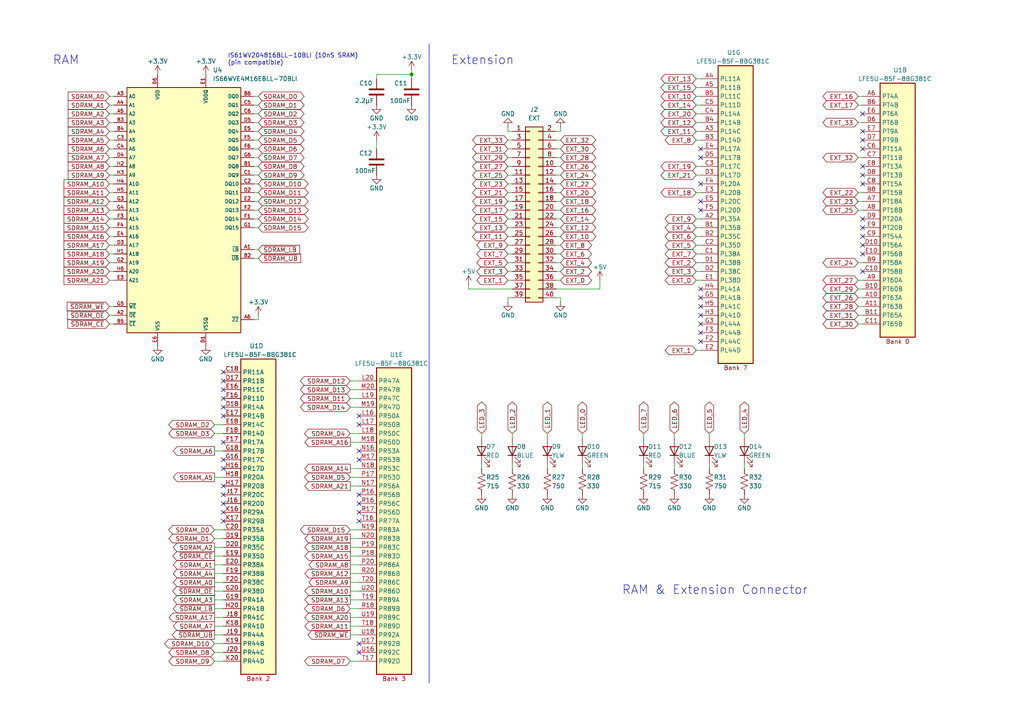
<source format=kicad_sch>
(kicad_sch (version 20231120) (generator "eeschema") (generator_version "8.0")
  (paper "A4")
  (junction (at 119.38 21.59))
  (no_connect (at 104.14 186.69))
  (no_connect (at 203.2 99.06))
  (no_connect (at 203.2 96.52))
  (no_connect (at 250.19 33.02))
  (no_connect (at 64.77 115.57))
  (no_connect (at 64.77 143.51))
  (no_connect (at 250.19 50.8))
  (no_connect (at 250.19 63.5))
  (no_connect (at 203.2 60.96))
  (no_connect (at 203.2 91.44))
  (no_connect (at 250.19 43.18))
  (no_connect (at 203.2 53.34))
  (no_connect (at 250.19 38.1))
  (no_connect (at 104.14 189.23))
  (no_connect (at 64.77 110.49))
  (no_connect (at 64.77 140.97))
  (no_connect (at 250.19 71.12))
  (no_connect (at 250.19 48.26))
  (no_connect (at 203.2 93.98))
  (no_connect (at 203.2 88.9))
  (no_connect (at 104.14 151.13))
  (no_connect (at 104.14 130.81))
  (no_connect (at 203.2 86.36))
  (no_connect (at 203.2 83.82))
  (no_connect (at 250.19 78.74))
  (no_connect (at 64.77 107.95))
  (no_connect (at 250.19 53.34))
  (no_connect (at 104.14 148.59))
  (no_connect (at 203.2 58.42))
  (no_connect (at 104.14 123.19))
  (no_connect (at 64.77 148.59))
  (no_connect (at 64.77 128.27))
  (no_connect (at 64.77 113.03))
  (no_connect (at 64.77 133.35))
  (no_connect (at 64.77 151.13))
  (no_connect (at 64.77 146.05))
  (no_connect (at 104.14 146.05))
  (no_connect (at 104.14 143.51))
  (no_connect (at 104.14 133.35))
  (no_connect (at 250.19 73.66))
  (no_connect (at 203.2 43.18))
  (no_connect (at 64.77 118.11))
  (no_connect (at 250.19 40.64))
  (no_connect (at 250.19 68.58))
  (no_connect (at 104.14 120.65))
  (no_connect (at 250.19 66.04))
  (no_connect (at 64.77 120.65))
  (no_connect (at 64.77 135.89))
  (no_connect (at 203.2 45.72))
  (wire (pts (xy 168.91 134.62) (xy 168.91 135.89)))
  (wire (pts (xy 74.93 72.39) (xy 73.66 72.39)))
  (wire (pts (xy 31.75 33.02) (xy 33.02 33.02)))
  (wire (pts (xy 101.6 138.43) (xy 104.14 138.43)))
  (wire (pts (xy 74.93 74.93) (xy 73.66 74.93)))
  (wire (pts (xy 101.6 113.03) (xy 104.14 113.03)))
  (wire (pts (xy 161.29 78.74) (xy 162.56 78.74)))
  (wire (pts (xy 248.92 55.88) (xy 250.19 55.88)))
  (wire (pts (xy 248.92 45.72) (xy 250.19 45.72)))
  (wire (pts (xy 62.23 163.83) (xy 64.77 163.83)))
  (wire (pts (xy 62.23 179.07) (xy 64.77 179.07)))
  (wire (pts (xy 31.75 81.28) (xy 33.02 81.28)))
  (wire (pts (xy 62.23 168.91) (xy 64.77 168.91)))
  (wire (pts (xy 161.29 58.42) (xy 162.56 58.42)))
  (wire (pts (xy 201.93 22.86) (xy 203.2 22.86)))
  (wire (pts (xy 161.29 66.04) (xy 162.56 66.04)))
  (wire (pts (xy 205.74 125.73) (xy 205.74 127)))
  (wire (pts (xy 161.29 60.96) (xy 162.56 60.96)))
  (wire (pts (xy 161.29 68.58) (xy 162.56 68.58)))
  (wire (pts (xy 201.93 71.12) (xy 203.2 71.12)))
  (wire (pts (xy 135.89 83.82) (xy 148.59 83.82)))
  (wire (pts (xy 74.93 50.8) (xy 73.66 50.8)))
  (wire (pts (xy 101.6 168.91) (xy 104.14 168.91)))
  (wire (pts (xy 201.93 81.28) (xy 203.2 81.28)))
  (wire (pts (xy 201.93 30.48) (xy 203.2 30.48)))
  (wire (pts (xy 31.75 88.9) (xy 33.02 88.9)))
  (wire (pts (xy 161.29 76.2) (xy 162.56 76.2)))
  (wire (pts (xy 31.75 40.64) (xy 33.02 40.64)))
  (wire (pts (xy 161.29 50.8) (xy 162.56 50.8)))
  (wire (pts (xy 147.32 58.42) (xy 148.59 58.42)))
  (wire (pts (xy 147.32 68.58) (xy 148.59 68.58)))
  (wire (pts (xy 173.99 81.28) (xy 173.99 83.82)))
  (wire (pts (xy 62.23 191.77) (xy 64.77 191.77)))
  (wire (pts (xy 161.29 86.36) (xy 162.56 86.36)))
  (wire (pts (xy 147.32 66.04) (xy 148.59 66.04)))
  (wire (pts (xy 162.56 38.1) (xy 162.56 36.83)))
  (wire (pts (xy 195.58 125.73) (xy 195.58 127)))
  (wire (pts (xy 201.93 63.5) (xy 203.2 63.5)))
  (wire (pts (xy 62.23 186.69) (xy 64.77 186.69)))
  (wire (pts (xy 147.32 73.66) (xy 148.59 73.66)))
  (wire (pts (xy 31.75 27.94) (xy 33.02 27.94)))
  (wire (pts (xy 201.93 50.8) (xy 203.2 50.8)))
  (wire (pts (xy 147.32 43.18) (xy 148.59 43.18)))
  (wire (pts (xy 248.92 35.56) (xy 250.19 35.56)))
  (wire (pts (xy 101.6 125.73) (xy 104.14 125.73)))
  (wire (pts (xy 74.93 48.26) (xy 73.66 48.26)))
  (wire (pts (xy 248.92 91.44) (xy 250.19 91.44)))
  (wire (pts (xy 62.23 156.21) (xy 64.77 156.21)))
  (wire (pts (xy 186.69 125.73) (xy 186.69 127)))
  (wire (pts (xy 147.32 86.36) (xy 148.59 86.36)))
  (wire (pts (xy 101.6 115.57) (xy 104.14 115.57)))
  (wire (pts (xy 101.6 161.29) (xy 104.14 161.29)))
  (wire (pts (xy 147.32 76.2) (xy 148.59 76.2)))
  (wire (pts (xy 168.91 125.73) (xy 168.91 127)))
  (wire (pts (xy 73.66 92.71) (xy 74.93 92.71)))
  (wire (pts (xy 74.93 58.42) (xy 73.66 58.42)))
  (wire (pts (xy 101.6 135.89) (xy 104.14 135.89)))
  (wire (pts (xy 31.75 78.74) (xy 33.02 78.74)))
  (wire (pts (xy 31.75 43.18) (xy 33.02 43.18)))
  (wire (pts (xy 148.59 38.1) (xy 147.32 38.1)))
  (wire (pts (xy 74.93 27.94) (xy 73.66 27.94)))
  (wire (pts (xy 31.75 73.66) (xy 33.02 73.66)))
  (wire (pts (xy 74.93 38.1) (xy 73.66 38.1)))
  (wire (pts (xy 62.23 125.73) (xy 64.77 125.73)))
  (wire (pts (xy 147.32 40.64) (xy 148.59 40.64)))
  (wire (pts (xy 62.23 138.43) (xy 64.77 138.43)))
  (wire (pts (xy 62.23 153.67) (xy 64.77 153.67)))
  (wire (pts (xy 201.93 101.6) (xy 203.2 101.6)))
  (wire (pts (xy 62.23 171.45) (xy 64.77 171.45)))
  (wire (pts (xy 161.29 71.12) (xy 162.56 71.12)))
  (wire (pts (xy 215.9 125.73) (xy 215.9 127)))
  (wire (pts (xy 205.74 134.62) (xy 205.74 135.89)))
  (wire (pts (xy 135.89 82.55) (xy 135.89 83.82)))
  (wire (pts (xy 31.75 66.04) (xy 33.02 66.04)))
  (wire (pts (xy 74.93 43.18) (xy 73.66 43.18)))
  (wire (pts (xy 147.32 45.72) (xy 148.59 45.72)))
  (wire (pts (xy 31.75 55.88) (xy 33.02 55.88)))
  (wire (pts (xy 101.6 158.75) (xy 104.14 158.75)))
  (wire (pts (xy 31.75 68.58) (xy 33.02 68.58)))
  (wire (pts (xy 62.23 176.53) (xy 64.77 176.53)))
  (wire (pts (xy 62.23 181.61) (xy 64.77 181.61)))
  (wire (pts (xy 62.23 161.29) (xy 64.77 161.29)))
  (wire (pts (xy 119.38 20.32) (xy 119.38 21.59)))
  (wire (pts (xy 31.75 35.56) (xy 33.02 35.56)))
  (wire (pts (xy 201.93 68.58) (xy 203.2 68.58)))
  (wire (pts (xy 62.23 166.37) (xy 64.77 166.37)))
  (wire (pts (xy 147.32 86.36) (xy 147.32 87.63)))
  (wire (pts (xy 201.93 35.56) (xy 203.2 35.56)))
  (wire (pts (xy 101.6 118.11) (xy 104.14 118.11)))
  (wire (pts (xy 248.92 81.28) (xy 250.19 81.28)))
  (wire (pts (xy 101.6 128.27) (xy 104.14 128.27)))
  (wire (pts (xy 101.6 156.21) (xy 104.14 156.21)))
  (wire (pts (xy 161.29 38.1) (xy 162.56 38.1)))
  (wire (pts (xy 101.6 140.97) (xy 104.14 140.97)))
  (wire (pts (xy 31.75 53.34) (xy 33.02 53.34)))
  (wire (pts (xy 158.75 134.62) (xy 158.75 135.89)))
  (wire (pts (xy 74.93 35.56) (xy 73.66 35.56)))
  (wire (pts (xy 147.32 50.8) (xy 148.59 50.8)))
  (wire (pts (xy 31.75 58.42) (xy 33.02 58.42)))
  (wire (pts (xy 31.75 63.5) (xy 33.02 63.5)))
  (polyline (pts (xy 124.46 12.7) (xy 124.46 198.12)))
  (wire (pts (xy 147.32 38.1) (xy 147.32 36.83)))
  (wire (pts (xy 162.56 86.36) (xy 162.56 87.63)))
  (wire (pts (xy 62.23 184.15) (xy 64.77 184.15)))
  (wire (pts (xy 186.69 135.89) (xy 186.69 134.62)))
  (wire (pts (xy 31.75 71.12) (xy 33.02 71.12)))
  (wire (pts (xy 161.29 55.88) (xy 162.56 55.88)))
  (wire (pts (xy 101.6 153.67) (xy 104.14 153.67)))
  (wire (pts (xy 248.92 58.42) (xy 250.19 58.42)))
  (wire (pts (xy 139.7 135.89) (xy 139.7 134.62)))
  (wire (pts (xy 147.32 71.12) (xy 148.59 71.12)))
  (wire (pts (xy 74.93 30.48) (xy 73.66 30.48)))
  (wire (pts (xy 147.32 48.26) (xy 148.59 48.26)))
  (wire (pts (xy 248.92 88.9) (xy 250.19 88.9)))
  (wire (pts (xy 201.93 73.66) (xy 203.2 73.66)))
  (wire (pts (xy 101.6 166.37) (xy 104.14 166.37)))
  (wire (pts (xy 31.75 38.1) (xy 33.02 38.1)))
  (wire (pts (xy 101.6 181.61) (xy 104.14 181.61)))
  (wire (pts (xy 161.29 48.26) (xy 162.56 48.26)))
  (wire (pts (xy 62.23 158.75) (xy 64.77 158.75)))
  (wire (pts (xy 119.38 21.59) (xy 119.38 22.86)))
  (wire (pts (xy 109.22 40.64) (xy 109.22 43.18)))
  (wire (pts (xy 31.75 76.2) (xy 33.02 76.2)))
  (wire (pts (xy 31.75 48.26) (xy 33.02 48.26)))
  (wire (pts (xy 101.6 176.53) (xy 104.14 176.53)))
  (wire (pts (xy 201.93 38.1) (xy 203.2 38.1)))
  (wire (pts (xy 201.93 33.02) (xy 203.2 33.02)))
  (wire (pts (xy 31.75 50.8) (xy 33.02 50.8)))
  (wire (pts (xy 147.32 53.34) (xy 148.59 53.34)))
  (wire (pts (xy 201.93 25.4) (xy 203.2 25.4)))
  (wire (pts (xy 201.93 78.74) (xy 203.2 78.74)))
  (wire (pts (xy 161.29 53.34) (xy 162.56 53.34)))
  (wire (pts (xy 62.23 189.23) (xy 64.77 189.23)))
  (wire (pts (xy 147.32 60.96) (xy 148.59 60.96)))
  (wire (pts (xy 161.29 43.18) (xy 162.56 43.18)))
  (wire (pts (xy 74.93 33.02) (xy 73.66 33.02)))
  (wire (pts (xy 158.75 125.73) (xy 158.75 127)))
  (wire (pts (xy 201.93 40.64) (xy 203.2 40.64)))
  (wire (pts (xy 147.32 78.74) (xy 148.59 78.74)))
  (wire (pts (xy 201.93 48.26) (xy 203.2 48.26)))
  (wire (pts (xy 31.75 45.72) (xy 33.02 45.72)))
  (wire (pts (xy 101.6 110.49) (xy 104.14 110.49)))
  (wire (pts (xy 248.92 30.48) (xy 250.19 30.48)))
  (wire (pts (xy 74.93 63.5) (xy 73.66 63.5)))
  (wire (pts (xy 101.6 173.99) (xy 104.14 173.99)))
  (wire (pts (xy 101.6 184.15) (xy 104.14 184.15)))
  (wire (pts (xy 101.6 179.07) (xy 104.14 179.07)))
  (wire (pts (xy 109.22 21.59) (xy 109.22 22.86)))
  (wire (pts (xy 31.75 91.44) (xy 33.02 91.44)))
  (wire (pts (xy 248.92 76.2) (xy 250.19 76.2)))
  (wire (pts (xy 248.92 83.82) (xy 250.19 83.82)))
  (wire (pts (xy 147.32 81.28) (xy 148.59 81.28)))
  (wire (pts (xy 74.93 66.04) (xy 73.66 66.04)))
  (wire (pts (xy 31.75 30.48) (xy 33.02 30.48)))
  (wire (pts (xy 74.93 60.96) (xy 73.66 60.96)))
  (wire (pts (xy 201.93 55.88) (xy 203.2 55.88)))
  (wire (pts (xy 31.75 93.98) (xy 33.02 93.98)))
  (wire (pts (xy 101.6 171.45) (xy 104.14 171.45)))
  (wire (pts (xy 74.93 40.64) (xy 73.66 40.64)))
  (wire (pts (xy 148.59 125.73) (xy 148.59 127)))
  (wire (pts (xy 248.92 93.98) (xy 250.19 93.98)))
  (wire (pts (xy 161.29 81.28) (xy 162.56 81.28)))
  (wire (pts (xy 161.29 45.72) (xy 162.56 45.72)))
  (wire (pts (xy 74.93 45.72) (xy 73.66 45.72)))
  (wire (pts (xy 62.23 123.19) (xy 64.77 123.19)))
  (wire (pts (xy 148.59 134.62) (xy 148.59 135.89)))
  (wire (pts (xy 201.93 27.94) (xy 203.2 27.94)))
  (wire (pts (xy 248.92 27.94) (xy 250.19 27.94)))
  (wire (pts (xy 248.92 86.36) (xy 250.19 86.36)))
  (wire (pts (xy 74.93 55.88) (xy 73.66 55.88)))
  (wire (pts (xy 161.29 83.82) (xy 173.99 83.82)))
  (wire (pts (xy 215.9 134.62) (xy 215.9 135.89)))
  (wire (pts (xy 62.23 173.99) (xy 64.77 173.99)))
  (wire (pts (xy 101.6 163.83) (xy 104.14 163.83)))
  (wire (pts (xy 74.93 92.71) (xy 74.93 91.44)))
  (wire (pts (xy 31.75 60.96) (xy 33.02 60.96)))
  (wire (pts (xy 147.32 55.88) (xy 148.59 55.88)))
  (wire (pts (xy 147.32 63.5) (xy 148.59 63.5)))
  (wire (pts (xy 201.93 66.04) (xy 203.2 66.04)))
  (wire (pts (xy 109.22 21.59) (xy 119.38 21.59)))
  (wire (pts (xy 139.7 125.73) (xy 139.7 127)))
  (wire (pts (xy 74.93 53.34) (xy 73.66 53.34)))
  (wire (pts (xy 195.58 134.62) (xy 195.58 135.89)))
  (wire (pts (xy 161.29 63.5) (xy 162.56 63.5)))
  (wire (pts (xy 161.29 40.64) (xy 162.56 40.64)))
  (wire (pts (xy 101.6 191.77) (xy 104.14 191.77)))
  (wire (pts (xy 161.29 73.66) (xy 162.56 73.66)))
  (wire (pts (xy 248.92 60.96) (xy 250.19 60.96)))
  (wire (pts (xy 201.93 76.2) (xy 203.2 76.2)))
  (wire (pts (xy 62.23 130.81) (xy 64.77 130.81)))
  (text "RAM" (at 15.24 19.05 0) (effects (font (size 2.54 2.54)) (justify left bottom)))
  (text "Extension" (at 130.81 19.05 0) (effects (font (size 2.54 2.54)) (justify left bottom)))
  (text "IS61WV204816BLL-10BLI (10nS SRAM)\n(pin compatible)" (at 66.04 19.05 0) (effects (font (size 1.27 1.27)) (justify left bottom)))
  (text "RAM & Extension Connector" (at 180.34 172.72 0) (effects (font (size 2.54 2.54)) (justify left bottom)))
  (global_label "EXT_1" (shape bidirectional) (at 201.93 101.6 180) (property "Intersheetrefs" "${INTERSHEET_REFS}" (effects (hide yes))))
  (global_label "EXT_10" (shape bidirectional) (at 162.56 68.58 0) (property "Intersheetrefs" "${INTERSHEET_REFS}" (effects (hide yes))))
  (global_label "SDRAM_D11" (shape bidirectional) (at 101.6 115.57 180) (property "Intersheetrefs" "${INTERSHEET_REFS}" (effects (hide yes))))
  (global_label "EXT_1" (shape bidirectional) (at 147.32 81.28 180) (property "Intersheetrefs" "${INTERSHEET_REFS}" (effects (hide yes))))
  (global_label "EXT_31" (shape bidirectional) (at 248.92 91.44 180) (property "Intersheetrefs" "${INTERSHEET_REFS}" (effects (hide yes))))
  (global_label "SDRAM_A10" (shape output) (at 101.6 171.45 180) (property "Intersheetrefs" "${INTERSHEET_REFS}" (effects (hide yes))))
  (global_label "EXT_17" (shape bidirectional) (at 248.92 30.48 180) (property "Intersheetrefs" "${INTERSHEET_REFS}" (effects (hide yes))))
  (global_label "SDRAM_A6" (shape output) (at 62.23 130.81 180) (property "Intersheetrefs" "${INTERSHEET_REFS}" (effects (hide yes))))
  (global_label "SDRAM_D1" (shape bidirectional) (at 74.93 30.48 0) (property "Intersheetrefs" "${INTERSHEET_REFS}" (effects (hide yes))))
  (global_label "SDRAM_D13" (shape bidirectional) (at 74.93 60.96 0) (property "Intersheetrefs" "${INTERSHEET_REFS}" (effects (hide yes))))
  (global_label "EXT_23" (shape bidirectional) (at 248.92 58.42 180) (property "Intersheetrefs" "${INTERSHEET_REFS}" (effects (hide yes))))
  (global_label "SDRAM_A14" (shape input) (at 31.75 63.5 180) (property "Intersheetrefs" "${INTERSHEET_REFS}" (effects (hide yes))))
  (global_label "SDRAM_A20" (shape input) (at 31.75 78.74 180) (property "Intersheetrefs" "${INTERSHEET_REFS}" (effects (hide yes))))
  (global_label "SDRAM_A11" (shape input) (at 31.75 55.88 180) (property "Intersheetrefs" "${INTERSHEET_REFS}" (effects (hide yes))))
  (global_label "SDRAM_A21" (shape input) (at 31.75 81.28 180) (property "Intersheetrefs" "${INTERSHEET_REFS}" (effects (hide yes))))
  (global_label "EXT_3" (shape bidirectional) (at 147.32 78.74 180) (property "Intersheetrefs" "${INTERSHEET_REFS}" (effects (hide yes))))
  (global_label "EXT_8" (shape bidirectional) (at 201.93 40.64 180) (property "Intersheetrefs" "${INTERSHEET_REFS}" (effects (hide yes))))
  (global_label "EXT_2" (shape bidirectional) (at 201.93 76.2 180) (property "Intersheetrefs" "${INTERSHEET_REFS}" (effects (hide yes))))
  (global_label "EXT_30" (shape bidirectional) (at 248.92 93.98 180) (property "Intersheetrefs" "${INTERSHEET_REFS}" (effects (hide yes))))
  (global_label "LED_3" (shape bidirectional) (at 139.7 125.73 90) (property "Intersheetrefs" "${INTERSHEET_REFS}" (effects (hide yes))))
  (global_label "EXT_22" (shape bidirectional) (at 162.56 53.34 0) (property "Intersheetrefs" "${INTERSHEET_REFS}" (effects (hide yes))))
  (global_label "EXT_0" (shape bidirectional) (at 162.56 81.28 0) (property "Intersheetrefs" "${INTERSHEET_REFS}" (effects (hide yes))))
  (global_label "EXT_5" (shape bidirectional) (at 147.32 76.2 180) (property "Intersheetrefs" "${INTERSHEET_REFS}" (effects (hide yes))))
  (global_label "SDRAM_D15" (shape bidirectional) (at 101.6 153.67 180) (property "Intersheetrefs" "${INTERSHEET_REFS}" (effects (hide yes))))
  (global_label "SDRAM_D7" (shape bidirectional) (at 74.93 45.72 0) (property "Intersheetrefs" "${INTERSHEET_REFS}" (effects (hide yes))))
  (global_label "SDRAM_D4" (shape bidirectional) (at 101.6 125.73 180) (property "Intersheetrefs" "${INTERSHEET_REFS}" (effects (hide yes))))
  (global_label "EXT_7" (shape bidirectional) (at 201.93 73.66 180) (property "Intersheetrefs" "${INTERSHEET_REFS}" (effects (hide yes))))
  (global_label "SDRAM_D8" (shape bidirectional) (at 62.23 189.23 180) (property "Intersheetrefs" "${INTERSHEET_REFS}" (effects (hide yes))))
  (global_label "SDRAM_D10" (shape bidirectional) (at 74.93 53.34 0) (property "Intersheetrefs" "${INTERSHEET_REFS}" (effects (hide yes))))
  (global_label "SDRAM_A9" (shape output) (at 101.6 168.91 180) (property "Intersheetrefs" "${INTERSHEET_REFS}" (effects (hide yes))))
  (global_label "SDRAM_A16" (shape input) (at 31.75 68.58 180) (property "Intersheetrefs" "${INTERSHEET_REFS}" (effects (hide yes))))
  (global_label "~{SDRAM_LB}" (shape input) (at 74.93 72.39 0) (property "Intersheetrefs" "${INTERSHEET_REFS}" (effects (hide yes))))
  (global_label "SDRAM_A3" (shape output) (at 62.23 173.99 180) (property "Intersheetrefs" "${INTERSHEET_REFS}" (effects (hide yes))))
  (global_label "SDRAM_A19" (shape input) (at 31.75 76.2 180) (property "Intersheetrefs" "${INTERSHEET_REFS}" (effects (hide yes))))
  (global_label "EXT_26" (shape bidirectional) (at 248.92 86.36 180) (property "Intersheetrefs" "${INTERSHEET_REFS}" (effects (hide yes))))
  (global_label "EXT_26" (shape bidirectional) (at 162.56 48.26 0) (property "Intersheetrefs" "${INTERSHEET_REFS}" (effects (hide yes))))
  (global_label "EXT_27" (shape bidirectional) (at 147.32 48.26 180) (property "Intersheetrefs" "${INTERSHEET_REFS}" (effects (hide yes))))
  (global_label "SDRAM_D9" (shape bidirectional) (at 62.23 191.77 180) (property "Intersheetrefs" "${INTERSHEET_REFS}" (effects (hide yes))))
  (global_label "SDRAM_A5" (shape output) (at 62.23 138.43 180) (property "Intersheetrefs" "${INTERSHEET_REFS}" (effects (hide yes))))
  (global_label "EXT_7" (shape bidirectional) (at 147.32 73.66 180) (property "Intersheetrefs" "${INTERSHEET_REFS}" (effects (hide yes))))
  (global_label "EXT_11" (shape bidirectional) (at 201.93 38.1 180) (property "Intersheetrefs" "${INTERSHEET_REFS}" (effects (hide yes))))
  (global_label "SDRAM_A8" (shape input) (at 31.75 48.26 180) (property "Intersheetrefs" "${INTERSHEET_REFS}" (effects (hide yes))))
  (global_label "SDRAM_D2" (shape bidirectional) (at 74.93 33.02 0) (property "Intersheetrefs" "${INTERSHEET_REFS}" (effects (hide yes))))
  (global_label "~{SDRAM_OE}" (shape output) (at 62.23 171.45 180) (property "Intersheetrefs" "${INTERSHEET_REFS}" (effects (hide yes))))
  (global_label "EXT_18" (shape bidirectional) (at 162.56 58.42 0) (property "Intersheetrefs" "${INTERSHEET_REFS}" (effects (hide yes))))
  (global_label "SDRAM_A13" (shape output) (at 101.6 173.99 180) (property "Intersheetrefs" "${INTERSHEET_REFS}" (effects (hide yes))))
  (global_label "SDRAM_D11" (shape bidirectional) (at 74.93 55.88 0) (property "Intersheetrefs" "${INTERSHEET_REFS}" (effects (hide yes))))
  (global_label "SDRAM_A11" (shape output) (at 101.6 181.61 180) (property "Intersheetrefs" "${INTERSHEET_REFS}" (effects (hide yes))))
  (global_label "SDRAM_D12" (shape bidirectional) (at 74.93 58.42 0) (property "Intersheetrefs" "${INTERSHEET_REFS}" (effects (hide yes))))
  (global_label "EXT_4" (shape bidirectional) (at 162.56 76.2 0) (property "Intersheetrefs" "${INTERSHEET_REFS}" (effects (hide yes))))
  (global_label "EXT_10" (shape bidirectional) (at 201.93 27.94 180) (property "Intersheetrefs" "${INTERSHEET_REFS}" (effects (hide yes))))
  (global_label "~{SDRAM_CE}" (shape input) (at 31.75 93.98 180) (property "Intersheetrefs" "${INTERSHEET_REFS}" (effects (hide yes))))
  (global_label "EXT_14" (shape bidirectional) (at 162.56 63.5 0) (property "Intersheetrefs" "${INTERSHEET_REFS}" (effects (hide yes))))
  (global_label "SDRAM_D6" (shape bidirectional) (at 74.93 43.18 0) (property "Intersheetrefs" "${INTERSHEET_REFS}" (effects (hide yes))))
  (global_label "SDRAM_A3" (shape input) (at 31.75 35.56 180) (property "Intersheetrefs" "${INTERSHEET_REFS}" (effects (hide yes))))
  (global_label "SDRAM_A4" (shape output) (at 62.23 166.37 180) (property "Intersheetrefs" "${INTERSHEET_REFS}" (effects (hide yes))))
  (global_label "EXT_33" (shape bidirectional) (at 147.32 40.64 180) (property "Intersheetrefs" "${INTERSHEET_REFS}" (effects (hide yes))))
  (global_label "SDRAM_A1" (shape output) (at 62.23 163.83 180) (property "Intersheetrefs" "${INTERSHEET_REFS}" (effects (hide yes))))
  (global_label "EXT_5" (shape bidirectional) (at 201.93 71.12 180) (property "Intersheetrefs" "${INTERSHEET_REFS}" (effects (hide yes))))
  (global_label "SDRAM_A17" (shape output) (at 62.23 179.07 180) (property "Intersheetrefs" "${INTERSHEET_REFS}" (effects (hide yes))))
  (global_label "EXT_31" (shape bidirectional) (at 147.32 43.18 180) (property "Intersheetrefs" "${INTERSHEET_REFS}" (effects (hide yes))))
  (global_label "EXT_23" (shape bidirectional) (at 147.32 53.34 180) (property "Intersheetrefs" "${INTERSHEET_REFS}" (effects (hide yes))))
  (global_label "SDRAM_A17" (shape input) (at 31.75 71.12 180) (property "Intersheetrefs" "${INTERSHEET_REFS}" (effects (hide yes))))
  (global_label "SDRAM_A13" (shape input) (at 31.75 60.96 180) (property "Intersheetrefs" "${INTERSHEET_REFS}" (effects (hide yes))))
  (global_label "SDRAM_A15" (shape input) (at 31.75 66.04 180) (property "Intersheetrefs" "${INTERSHEET_REFS}" (effects (hide yes))))
  (global_label "EXT_15" (shape bidirectional) (at 147.32 63.5 180) (property "Intersheetrefs" "${INTERSHEET_REFS}" (effects (hide yes))))
  (global_label "EXT_14" (shape bidirectional) (at 201.93 30.48 180) (property "Intersheetrefs" "${INTERSHEET_REFS}" (effects (hide yes))))
  (global_label "EXT_2" (shape bidirectional) (at 162.56 78.74 0) (property "Intersheetrefs" "${INTERSHEET_REFS}" (effects (hide yes))))
  (global_label "SDRAM_D1" (shape bidirectional) (at 62.23 156.21 180) (property "Intersheetrefs" "${INTERSHEET_REFS}" (effects (hide yes))))
  (global_label "EXT_12" (shape bidirectional) (at 162.56 66.04 0) (property "Intersheetrefs" "${INTERSHEET_REFS}" (effects (hide yes))))
  (global_label "SDRAM_D2" (shape bidirectional) (at 62.23 123.19 180) (property "Intersheetrefs" "${INTERSHEET_REFS}" (effects (hide yes))))
  (global_label "SDRAM_D12" (shape bidirectional) (at 101.6 110.49 180) (property "Intersheetrefs" "${INTERSHEET_REFS}" (effects (hide yes))))
  (global_label "EXT_17" (shape bidirectional) (at 147.32 60.96 180) (property "Intersheetrefs" "${INTERSHEET_REFS}" (effects (hide yes))))
  (global_label "EXT_16" (shape bidirectional) (at 162.56 60.96 0) (property "Intersheetrefs" "${INTERSHEET_REFS}" (effects (hide yes))))
  (global_label "EXT_29" (shape bidirectional) (at 147.32 45.72 180) (property "Intersheetrefs" "${INTERSHEET_REFS}" (effects (hide yes))))
  (global_label "SDRAM_D3" (shape bidirectional) (at 62.23 125.73 180) (property "Intersheetrefs" "${INTERSHEET_REFS}" (effects (hide yes))))
  (global_label "EXT_30" (shape bidirectional) (at 162.56 43.18 0) (property "Intersheetrefs" "${INTERSHEET_REFS}" (effects (hide yes))))
  (global_label "SDRAM_A0" (shape output) (at 62.23 168.91 180) (property "Intersheetrefs" "${INTERSHEET_REFS}" (effects (hide yes))))
  (global_label "SDRAM_D14" (shape bidirectional) (at 74.93 63.5 0) (property "Intersheetrefs" "${INTERSHEET_REFS}" (effects (hide yes))))
  (global_label "LED_6" (shape bidirectional) (at 195.58 125.73 90) (property "Intersheetrefs" "${INTERSHEET_REFS}" (effects (hide yes))))
  (global_label "~{SDRAM_UB}" (shape input) (at 74.93 74.93 0) (property "Intersheetrefs" "${INTERSHEET_REFS}" (effects (hide yes))))
  (global_label "SDRAM_A8" (shape output) (at 101.6 163.83 180) (property "Intersheetrefs" "${INTERSHEET_REFS}" (effects (hide yes))))
  (global_label "EXT_9" (shape bidirectional) (at 147.32 71.12 180) (property "Intersheetrefs" "${INTERSHEET_REFS}" (effects (hide yes))))
  (global_label "EXT_33" (shape bidirectional) (at 248.92 35.56 180) (property "Intersheetrefs" "${INTERSHEET_REFS}" (effects (hide yes))))
  (global_label "EXT_19" (shape bidirectional) (at 201.93 48.26 180) (property "Intersheetrefs" "${INTERSHEET_REFS}" (effects (hide yes))))
  (global_label "SDRAM_D14" (shape bidirectional) (at 101.6 118.11 180) (property "Intersheetrefs" "${INTERSHEET_REFS}" (effects (hide yes))))
  (global_label "EXT_20" (shape bidirectional) (at 162.56 55.88 0) (property "Intersheetrefs" "${INTERSHEET_REFS}" (effects (hide yes))))
  (global_label "EXT_16" (shape bidirectional) (at 248.92 27.94 180) (property "Intersheetrefs" "${INTERSHEET_REFS}" (effects (hide yes))))
  (global_label "EXT_24" (shape bidirectional) (at 248.92 76.2 180) (property "Intersheetrefs" "${INTERSHEET_REFS}" (effects (hide yes))))
  (global_label "EXT_6" (shape bidirectional) (at 201.93 68.58 180) (property "Intersheetrefs" "${INTERSHEET_REFS}" (effects (hide yes))))
  (global_label "SDRAM_A14" (shape output) (at 101.6 135.89 180) (property "Intersheetrefs" "${INTERSHEET_REFS}" (effects (hide yes))))
  (global_label "SDRAM_D15" (shape bidirectional) (at 74.93 66.04 0) (property "Intersheetrefs" "${INTERSHEET_REFS}" (effects (hide yes))))
  (global_label "EXT_3" (shape bidirectional) (at 201.93 78.74 180) (property "Intersheetrefs" "${INTERSHEET_REFS}" (effects (hide yes))))
  (global_label "EXT_4" (shape bidirectional) (at 201.93 66.04 180) (property "Intersheetrefs" "${INTERSHEET_REFS}" (effects (hide yes))))
  (global_label "EXT_18" (shape bidirectional) (at 201.93 55.88 180) (property "Intersheetrefs" "${INTERSHEET_REFS}" (effects (hide yes))))
  (global_label "LED_4" (shape bidirectional) (at 215.9 125.73 90) (property "Intersheetrefs" "${INTERSHEET_REFS}" (effects (hide yes))))
  (global_label "SDRAM_A21" (shape output) (at 101.6 140.97 180) (property "Intersheetrefs" "${INTERSHEET_REFS}" (effects (hide yes))))
  (global_label "EXT_0" (shape bidirectional) (at 201.93 81.28 180) (property "Intersheetrefs" "${INTERSHEET_REFS}" (effects (hide yes))))
  (global_label "SDRAM_D13" (shape bidirectional) (at 101.6 113.03 180) (property "Intersheetrefs" "${INTERSHEET_REFS}" (effects (hide yes))))
  (global_label "SDRAM_D5" (shape bidirectional) (at 101.6 138.43 180) (property "Intersheetrefs" "${INTERSHEET_REFS}" (effects (hide yes))))
  (global_label "EXT_12" (shape bidirectional) (at 201.93 35.56 180) (property "Intersheetrefs" "${INTERSHEET_REFS}" (effects (hide yes))))
  (global_label "EXT_13" (shape bidirectional) (at 147.32 66.04 180) (property "Intersheetrefs" "${INTERSHEET_REFS}" (effects (hide yes))))
  (global_label "~{SDRAM_LB}" (shape output) (at 62.23 176.53 180) (property "Intersheetrefs" "${INTERSHEET_REFS}" (effects (hide yes))))
  (global_label "SDRAM_A0" (shape input) (at 31.75 27.94 180) (property "Intersheetrefs" "${INTERSHEET_REFS}" (effects (hide yes))))
  (global_label "SDRAM_D5" (shape bidirectional) (at 74.93 40.64 0) (property "Intersheetrefs" "${INTERSHEET_REFS}" (effects (hide yes))))
  (global_label "~{SDRAM_CE}" (shape output) (at 62.23 161.29 180) (property "Intersheetrefs" "${INTERSHEET_REFS}" (effects (hide yes))))
  (global_label "SDRAM_A18" (shape output) (at 101.6 158.75 180) (property "Intersheetrefs" "${INTERSHEET_REFS}" (effects (hide yes))))
  (global_label "SDRAM_A7" (shape input) (at 31.75 45.72 180) (property "Intersheetrefs" "${INTERSHEET_REFS}" (effects (hide yes))))
  (global_label "LED_2" (shape bidirectional) (at 148.59 125.73 90) (property "Intersheetrefs" "${INTERSHEET_REFS}" (effects (hide yes))))
  (global_label "SDRAM_A20" (shape output) (at 101.6 179.07 180) (property "Intersheetrefs" "${INTERSHEET_REFS}" (effects (hide yes))))
  (global_label "EXT_28" (shape bidirectional) (at 248.92 88.9 180) (property "Intersheetrefs" "${INTERSHEET_REFS}" (effects (hide yes))))
  (global_label "LED_7" (shape bidirectional) (at 186.69 125.73 90) (property "Intersheetrefs" "${INTERSHEET_REFS}" (effects (hide yes))))
  (global_label "EXT_20" (shape bidirectional) (at 201.93 33.02 180) (property "Intersheetrefs" "${INTERSHEET_REFS}" (effects (hide yes))))
  (global_label "EXT_9" (shape bidirectional) (at 201.93 63.5 180) (property "Intersheetrefs" "${INTERSHEET_REFS}" (effects (hide yes))))
  (global_label "EXT_15" (shape bidirectional) (at 201.93 25.4 180) (property "Intersheetrefs" "${INTERSHEET_REFS}" (effects (hide yes))))
  (global_label "SDRAM_A10" (shape input) (at 31.75 53.34 180) (property "Intersheetrefs" "${INTERSHEET_REFS}" (effects (hide yes))))
  (global_label "EXT_8" (shape bidirectional) (at 162.56 71.12 0) (property "Intersheetrefs" "${INTERSHEET_REFS}" (effects (hide yes))))
  (global_label "~{SDRAM_UB}" (shape output) (at 62.23 184.15 180) (property "Intersheetrefs" "${INTERSHEET_REFS}" (effects (hide yes))))
  (global_label "EXT_24" (shape bidirectional) (at 162.56 50.8 0) (property "Intersheetrefs" "${INTERSHEET_REFS}" (effects (hide yes))))
  (global_label "EXT_21" (shape bidirectional) (at 201.93 50.8 180) (property "Intersheetrefs" "${INTERSHEET_REFS}" (effects (hide yes))))
  (global_label "~{SDRAM_WE}" (shape output) (at 101.6 184.15 180) (property "Intersheetrefs" "${INTERSHEET_REFS}" (effects (hide yes))))
  (global_label "SDRAM_D4" (shape bidirectional) (at 74.93 38.1 0) (property "Intersheetrefs" "${INTERSHEET_REFS}" (effects (hide yes))))
  (global_label "SDRAM_A12" (shape input) (at 31.75 58.42 180) (property "Intersheetrefs" "${INTERSHEET_REFS}" (effects (hide yes))))
  (global_label "SDRAM_A6" (shape input) (at 31.75 43.18 180) (property "Intersheetrefs" "${INTERSHEET_REFS}" (effects (hide yes))))
  (global_label "SDRAM_D0" (shape bidirectional) (at 62.23 153.67 180) (property "Intersheetrefs" "${INTERSHEET_REFS}" (effects (hide yes))))
  (global_label "LED_0" (shape bidirectional) (at 168.91 125.73 90) (property "Intersheetrefs" "${INTERSHEET_REFS}" (effects (hide yes))))
  (global_label "SDRAM_A2" (shape input) (at 31.75 33.02 180) (property "Intersheetrefs" "${INTERSHEET_REFS}" (effects (hide yes))))
  (global_label "EXT_22" (shape bidirectional) (at 248.92 55.88 180) (property "Intersheetrefs" "${INTERSHEET_REFS}" (effects (hide yes))))
  (global_label "SDRAM_A15" (shape output) (at 101.6 161.29 180) (property "Intersheetrefs" "${INTERSHEET_REFS}" (effects (hide yes))))
  (global_label "EXT_13" (shape bidirectional) (at 201.93 22.86 180) (property "Intersheetrefs" "${INTERSHEET_REFS}" (effects (hide yes))))
  (global_label "SDRAM_A7" (shape output) (at 62.23 181.61 180) (property "Intersheetrefs" "${INTERSHEET_REFS}" (effects (hide yes))))
  (global_label "SDRAM_D3" (shape bidirectional) (at 74.93 35.56 0) (property "Intersheetrefs" "${INTERSHEET_REFS}" (effects (hide yes))))
  (global_label "SDRAM_D0" (shape bidirectional) (at 74.93 27.94 0) (property "Intersheetrefs" "${INTERSHEET_REFS}" (effects (hide yes))))
  (global_label "SDRAM_A9" (shape input) (at 31.75 50.8 180) (property "Intersheetrefs" "${INTERSHEET_REFS}" (effects (hide yes))))
  (global_label "SDRAM_A18" (shape input) (at 31.75 73.66 180) (property "Intersheetrefs" "${INTERSHEET_REFS}" (effects (hide yes))))
  (global_label "EXT_11" (shape bidirectional) (at 147.32 68.58 180) (property "Intersheetrefs" "${INTERSHEET_REFS}" (effects (hide yes))))
  (global_label "EXT_25" (shape bidirectional) (at 147.32 50.8 180) (property "Intersheetrefs" "${INTERSHEET_REFS}" (effects (hide yes))))
  (global_label "EXT_28" (shape bidirectional) (at 162.56 45.72 0) (property "Intersheetrefs" "${INTERSHEET_REFS}" (effects (hide yes))))
  (global_label "SDRAM_A4" (shape input) (at 31.75 38.1 180) (property "Intersheetrefs" "${INTERSHEET_REFS}" (effects (hide yes))))
  (global_label "SDRAM_D10" (shape bidirectional) (at 62.23 186.69 180) (property "Intersheetrefs" "${INTERSHEET_REFS}" (effects (hide yes))))
  (global_label "EXT_27" (shape bidirectional) (at 248.92 81.28 180) (property "Intersheetrefs" "${INTERSHEET_REFS}" (effects (hide yes))))
  (global_label "SDRAM_A5" (shape input) (at 31.75 40.64 180) (property "Intersheetrefs" "${INTERSHEET_REFS}" (effects (hide yes))))
  (global_label "SDRAM_A19" (shape output) (at 101.6 156.21 180) (property "Intersheetrefs" "${INTERSHEET_REFS}" (effects (hide yes))))
  (global_label "EXT_19" (shape bidirectional) (at 147.32 58.42 180) (property "Intersheetrefs" "${INTERSHEET_REFS}" (effects (hide yes))))
  (global_label "SDRAM_A1" (shape input) (at 31.75 30.48 180) (property "Intersheetrefs" "${INTERSHEET_REFS}" (effects (hide yes))))
  (global_label "SDRAM_A2" (shape output) (at 62.23 158.75 180) (property "Intersheetrefs" "${INTERSHEET_REFS}" (effects (hide yes))))
  (global_label "~{SDRAM_WE}" (shape input) (at 31.75 88.9 180) (property "Intersheetrefs" "${INTERSHEET_REFS}" (effects (hide yes))))
  (global_label "EXT_21" (shape bidirectional) (at 147.32 55.88 180) (property "Intersheetrefs" "${INTERSHEET_REFS}" (effects (hide yes))))
  (global_label "LED_5" (shape bidirectional) (at 205.74 125.73 90) (property "Intersheetrefs" "${INTERSHEET_REFS}" (effects (hide yes))))
  (global_label "SDRAM_D9" (shape bidirectional) (at 74.93 50.8 0) (property "Intersheetrefs" "${INTERSHEET_REFS}" (effects (hide yes))))
  (global_label "~{SDRAM_OE}" (shape input) (at 31.75 91.44 180) (property "Intersheetrefs" "${INTERSHEET_REFS}" (effects (hide yes))))
  (global_label "EXT_25" (shape bidirectional) (at 248.92 60.96 180) (property "Intersheetrefs" "${INTERSHEET_REFS}" (effects (hide yes))))
  (global_label "SDRAM_D6" (shape bidirectional) (at 101.6 176.53 180) (property "Intersheetrefs" "${INTERSHEET_REFS}" (effects (hide yes))))
  (global_label "EXT_32" (shape bidirectional) (at 162.56 40.64 0) (property "Intersheetrefs" "${INTERSHEET_REFS}" (effects (hide yes))))
  (global_label "EXT_32" (shape bidirectional) (at 248.92 45.72 180) (property "Intersheetrefs" "${INTERSHEET_REFS}" (effects (hide yes))))
  (global_label "SDRAM_D8" (shape bidirectional) (at 74.93 48.26 0) (property "Intersheetrefs" "${INTERSHEET_REFS}" (effects (hide yes))))
  (global_label "LED_1" (shape bidirectional) (at 158.75 125.73 90) (property "Intersheetrefs" "${INTERSHEET_REFS}" (effects (hide yes))))
  (global_label "SDRAM_A12" (shape output) (at 101.6 166.37 180) (property "Intersheetrefs" "${INTERSHEET_REFS}" (effects (hide yes))))
  (global_label "EXT_6" (shape bidirectional) (at 162.56 73.66 0) (property "Intersheetrefs" "${INTERSHEET_REFS}" (effects (hide yes))))
  (global_label "SDRAM_D7" (shape bidirectional) (at 101.6 191.77 180) (property "Intersheetrefs" "${INTERSHEET_REFS}" (effects (hide yes))))
  (global_label "EXT_29" (shape bidirectional) (at 248.92 83.82 180) (property "Intersheetrefs" "${INTERSHEET_REFS}" (effects (hide yes))))
  (global_label "SDRAM_A16" (shape output) (at 101.6 128.27 180) (property "Intersheetrefs" "${INTERSHEET_REFS}" (effects (hide yes))))
  (symbol (lib_id "ECP5_BGA381_RISCV:LFE5U-85F-6BG381x") (at 74.93 146.05 0) (unit 4)
    (property "Reference" "U1" (at 72.39 100.33 0) (effects (justify left)))
    (property "Value" "LFE5U-85F-8BG381C" (at 64.77 102.87 0) (effects (justify left)))
    (property "Footprint" "ECP5_BGA381_RISCV:BGA-381_pitch0.8mm_dia0.4mm" (effects (hide yes)))
    (property "Datasheet" "https://www.latticesemi.com/view_document?document_id=50461" (effects (hide yes)))
    (property "Description" "ECP5 FPGA, 84K LUTs, 1.2V, BGA-381" (effects (hide yes)))
    (property "Manufacturer" "Lattice Semiconductor Corporation" (effects (hide yes)))
    (property "MPN" "LFE5U-85F-8BG381C" (effects (hide yes)))
  )
  (symbol (lib_id "power:GND") (at 205.74 143.51 0) (unit 1)
    (property "Reference" "#PWR066" (effects (hide yes)))
    (property "Value" "GND" (at 205.74 147.32 0))
    (property "Description" "Power symbol creates a global label with name \"GND\" , ground" (effects (hide yes)))
  )
  (symbol (lib_id "Device:LED") (at 168.91 130.81 90) (unit 1)
    (property "Reference" "D10" (at 170.18 129.54 90) (effects (justify right)))
    (property "Value" "GREEN" (at 170.18 132.08 90) (effects (justify right)))
    (property "Footprint" "LED_SMD:LED_0603_1608Metric" (effects (hide yes)))
    (property "Description" "Light emitting diode" (effects (hide yes)))
    (property "Manufacturer" "Kingbright" (effects (hide yes)))
    (property "MPN" "APTD1608LZGCK" (effects (hide yes)))
    (instances (project "ECP5" (path "" (reference "D10") (unit 1))) (project "FT231X" (path "" (reference "D2") (unit 1))))
  )
  (symbol (lib_id "power:GND") (at 158.75 143.51 0) (unit 1)
    (property "Reference" "#PWR062" (effects (hide yes)))
    (property "Value" "GND" (at 158.75 147.32 0))
    (property "Description" "Power symbol creates a global label with name \"GND\" , ground" (effects (hide yes)))
  )
  (symbol (lib_id "Device:C") (at 119.38 26.67 0) (unit 1)
    (property "Reference" "C11" (at 114.3 24.13 0) (effects (justify left)))
    (property "Value" "100nF" (at 113.03 29.21 0) (effects (justify left)))
    (property "Footprint" "Capacitor_SMD:C_0603_1608Metric" (effects (hide yes)))
    (property "Description" "Unpolarized capacitor" (effects (hide yes)))
    (property "Manufacturer" "Samsung Electro-Mechanics" (effects (hide yes)))
    (property "MPN" "CL10B104KB8NNWC" (effects (hide yes)))
  )
  (symbol (lib_id "power:GND") (at 45.72 100.33 0) (unit 1)
    (property "Reference" "#PWR058" (effects (hide yes)))
    (property "Value" "GND" (at 45.72 104.14 0))
    (property "Description" "Power symbol creates a global label with name \"GND\" , ground" (effects (hide yes)))
  )
  (symbol (lib_id "power:GND") (at 119.38 30.48 0) (unit 1)
    (property "Reference" "#PWR048" (effects (hide yes)))
    (property "Value" "GND" (at 119.38 34.29 0))
    (property "Description" "Power symbol creates a global label with name \"GND\" , ground" (effects (hide yes)))
  )
  (symbol (lib_id "Device:C") (at 109.22 26.67 0) (unit 1)
    (property "Reference" "C10" (at 104.14 24.13 0) (effects (justify left)))
    (property "Value" "2.2µF" (at 102.87 29.21 0) (effects (justify left)))
    (property "Footprint" "Capacitor_SMD:C_0603_1608Metric" (effects (hide yes)))
    (property "Description" "Unpolarized capacitor" (effects (hide yes)))
    (property "Manufacturer" "Samsung Electro-Mechanics" (effects (hide yes)))
    (property "MPN" "CL10B225KP8NNNC" (effects (hide yes)))
  )
  (symbol (lib_id "Device:R_US") (at 158.75 139.7 0) (unit 1)
    (property "Reference" "R27" (at 160.02 138.43 0) (effects (justify left)))
    (property "Value" "750" (at 160.02 140.97 0) (effects (justify left)))
    (property "Footprint" "Resistor_SMD:R_0603_1608Metric" (effects (hide yes)))
    (property "Description" "Resistor, US symbol" (effects (hide yes)))
    (property "Manufacturer" "Panasonic Electronic Components" (effects (hide yes)))
    (property "MPN" "ERJ-3EKF7500V" (effects (hide yes)))
    (instances (project "ECP5" (path "" (reference "R27") (unit 1))) (project "FT231X" (path "" (reference "R9") (unit 1))))
  )
  (symbol (lib_id "ECP5_BGA381_RISCV:LFE5U-85F-6BG381x") (at 114.3 148.59 0) (unit 5)
    (property "Reference" "U1" (at 113.03 102.87 0) (effects (justify left)))
    (property "Value" "LFE5U-85F-8BG381C" (at 102.87 105.41 0) (effects (justify left)))
    (property "Footprint" "ECP5_BGA381_RISCV:BGA-381_pitch0.8mm_dia0.4mm" (effects (hide yes)))
    (property "Datasheet" "https://www.latticesemi.com/view_document?document_id=50461" (effects (hide yes)))
    (property "Description" "ECP5 FPGA, 84K LUTs, 1.2V, BGA-381" (effects (hide yes)))
    (property "Manufacturer" "Lattice Semiconductor Corporation" (effects (hide yes)))
    (property "MPN" "LFE5U-85F-8BG381C" (effects (hide yes)))
  )
  (symbol (lib_id "power:+3.3V") (at 45.72 21.59 0) (unit 1) (in_bom no)
    (property "Reference" "#PWR045" (effects (hide yes)))
    (property "Value" "+3.3V" (at 45.72 17.78 0))
    (property "Description" "Power symbol creates a global label with name \"+3.3V\"" (effects (hide yes)))
  )
  (symbol (lib_id "Device:R_US") (at 205.74 139.7 0) (unit 1)
    (property "Reference" "R31" (at 207.01 138.43 0) (effects (justify left)))
    (property "Value" "750" (at 207.01 140.97 0) (effects (justify left)))
    (property "Footprint" "Resistor_SMD:R_0603_1608Metric" (effects (hide yes)))
    (property "Description" "Resistor, US symbol" (effects (hide yes)))
    (property "Manufacturer" "Panasonic Electronic Components" (effects (hide yes)))
    (property "MPN" "ERJ-3EKF7500V" (effects (hide yes)))
    (instances (project "ECP5" (path "" (reference "R31") (unit 1))) (project "FT231X" (path "" (reference "R9") (unit 1))))
  )
  (symbol (lib_id "ECP5_BGA381_RISCV:IS66WVE4M16E") (at 53.34 53.34 0) (unit 1)
    (property "Reference" "U4" (at 61.7094 20.32 0) (effects (justify left)))
    (property "Value" "IS66WVE4M16EBLL-70BLI" (at 61.7094 22.86 0) (effects (justify left)))
    (property "Footprint" "ECP5_BGA381_RISCV:BGA48C75P8X6_800X600X120N" (effects (hide yes)))
    (property "Datasheet" "https://www.issi.com/WW/pdf/66-67WVE4M16EALL-BLL-CLL.pdf" (effects (hide yes)))
    (property "Description" "PSRAM (Pseudo SRAM) Memory IC 64Mbit Parallel 70 ns 48-TFBGA (6x8)" (effects (hide yes)))
    (property "MPN" "IS66WVE4M16EBLL-70BLI" (effects (hide yes)))
    (property "Manufacturer" "ISSI, Integrated Silicon Solution Inc" (effects (hide yes)))
  )
  (symbol (lib_id "power:GND") (at 109.22 50.8 0) (unit 1)
    (property "Reference" "#PWR052" (effects (hide yes)))
    (property "Value" "GND" (at 109.22 54.61 0))
    (property "Description" "Power symbol creates a global label with name \"GND\" , ground" (effects (hide yes)))
  )
  (symbol (lib_id "Device:LED") (at 195.58 130.81 90) (unit 1)
    (property "Reference" "D12" (at 196.85 129.54 90) (effects (justify right)))
    (property "Value" "BLUE" (at 196.85 132.08 90) (effects (justify right)))
    (property "Footprint" "LED_SMD:LED_0603_1608Metric" (effects (hide yes)))
    (property "Description" "Light emitting diode" (effects (hide yes)))
    (property "Manufacturer" "Kingbright" (effects (hide yes)))
    (property "MPN" "APTD1608LVBC/D" (effects (hide yes)))
    (instances (project "ECP5" (path "" (reference "D12") (unit 1))) (project "FT231X" (path "" (reference "D4") (unit 1))))
  )
  (symbol (lib_id "power:+5V") (at 135.89 82.55 0) (unit 1)
    (property "Reference" "#PWR054" (effects (hide yes)))
    (property "Value" "+5V" (at 135.89 78.74 0))
    (property "Description" "Power symbol creates a global label with name \"+5V\"" (effects (hide yes)))
  )
  (symbol (lib_id "Device:R_US") (at 168.91 139.7 0) (unit 1)
    (property "Reference" "R28" (at 170.18 138.43 0) (effects (justify left)))
    (property "Value" "330" (at 170.18 140.97 0) (effects (justify left)))
    (property "Footprint" "Resistor_SMD:R_0603_1608Metric" (effects (hide yes)))
    (property "Description" "Resistor, US symbol" (effects (hide yes)))
    (property "Manufacturer" "Panasonic Electronic Components" (effects (hide yes)))
    (property "MPN" "ERJ-3EKF3300V" (effects (hide yes)))
    (instances (project "ECP5" (path "" (reference "R28") (unit 1))) (project "FT231X" (path "" (reference "R8") (unit 1))))
  )
  (symbol (lib_id "Connector_Generic:Conn_02x20_Odd_Even") (at 153.67 60.96 0) (unit 1)
    (property "Reference" "J2" (at 154.94 31.75 0))
    (property "Value" "EXT" (at 154.94 34.29 0))
    (property "Footprint" "ECP5_BGA381_RISCV:FTS-120-02-L-DV" (effects (hide yes)))
    (property "Description" "Generic connector, double row, 02x20, odd/even pin numbering scheme (row 1 odd numbers, row 2 even numbers), script generated (kicad-library-utils/schlib/autogen/connector/)" (effects (hide yes)))
    (property "MPN" "FTS-120-02-L-DV" (effects (hide yes)))
    (property "Manufacturer" "Samtec Inc." (effects (hide yes)))
  )
  (symbol (lib_id "power:GND") (at 215.9 143.51 0) (unit 1)
    (property "Reference" "#PWR067" (effects (hide yes)))
    (property "Value" "GND" (at 215.9 147.32 0))
    (property "Description" "Power symbol creates a global label with name \"GND\" , ground" (effects (hide yes)))
  )
  (symbol (lib_id "ECP5_BGA381_RISCV:LFE5U-85F-6BG381x") (at 213.36 58.42 0) (unit 7)
    (property "Reference" "U1" (at 210.82 15.24 0) (effects (justify left)))
    (property "Value" "LFE5U-85F-8BG381C" (at 201.93 17.78 0) (effects (justify left)))
    (property "Footprint" "ECP5_BGA381_RISCV:BGA-381_pitch0.8mm_dia0.4mm" (effects (hide yes)))
    (property "Datasheet" "https://www.latticesemi.com/view_document?document_id=50461" (effects (hide yes)))
    (property "Description" "ECP5 FPGA, 84K LUTs, 1.2V, BGA-381" (effects (hide yes)))
    (property "Manufacturer" "Lattice Semiconductor Corporation" (effects (hide yes)))
    (property "MPN" "LFE5U-85F-8BG381C" (effects (hide yes)))
  )
  (symbol (lib_id "Device:R_US") (at 215.9 139.7 0) (unit 1)
    (property "Reference" "R32" (at 217.17 138.43 0) (effects (justify left)))
    (property "Value" "330" (at 217.17 140.97 0) (effects (justify left)))
    (property "Footprint" "Resistor_SMD:R_0603_1608Metric" (effects (hide yes)))
    (property "Description" "Resistor, US symbol" (effects (hide yes)))
    (property "Manufacturer" "Panasonic Electronic Components" (effects (hide yes)))
    (property "MPN" "ERJ-3EKF3300V" (effects (hide yes)))
    (instances (project "ECP5" (path "" (reference "R32") (unit 1))) (project "FT231X" (path "" (reference "R8") (unit 1))))
  )
  (symbol (lib_id "Device:R_US") (at 148.59 139.7 0) (unit 1)
    (property "Reference" "R26" (at 149.86 138.43 0) (effects (justify left)))
    (property "Value" "330" (at 149.86 140.97 0) (effects (justify left)))
    (property "Footprint" "Resistor_SMD:R_0603_1608Metric" (effects (hide yes)))
    (property "Description" "Resistor, US symbol" (effects (hide yes)))
    (property "Manufacturer" "Panasonic Electronic Components" (effects (hide yes)))
    (property "MPN" "ERJ-3EKF3300V" (effects (hide yes)))
    (instances (project "ECP5" (path "" (reference "R26") (unit 1))) (project "FT231X" (path "" (reference "R10") (unit 1))))
  )
  (symbol (lib_id "power:GND") (at 195.58 143.51 0) (unit 1)
    (property "Reference" "#PWR065" (effects (hide yes)))
    (property "Value" "GND" (at 195.58 147.32 0))
    (property "Description" "Power symbol creates a global label with name \"GND\" , ground" (effects (hide yes)))
  )
  (symbol (lib_id "power:GND") (at 147.32 87.63 0) (unit 1)
    (property "Reference" "#PWR055" (effects (hide yes)))
    (property "Value" "GND" (at 147.32 91.44 0))
    (property "Description" "Power symbol creates a global label with name \"GND\" , ground" (effects (hide yes)))
  )
  (symbol (lib_id "power:+3.3V") (at 74.93 91.44 0) (unit 1) (in_bom no)
    (property "Reference" "#PWR057" (effects (hide yes)))
    (property "Value" "+3.3V" (at 74.93 87.63 0))
    (property "Description" "Power symbol creates a global label with name \"+3.3V\"" (effects (hide yes)))
  )
  (symbol (lib_id "power:GND") (at 148.59 143.51 0) (unit 1)
    (property "Reference" "#PWR061" (effects (hide yes)))
    (property "Value" "GND" (at 148.59 147.32 0))
    (property "Description" "Power symbol creates a global label with name \"GND\" , ground" (effects (hide yes)))
  )
  (symbol (lib_id "Device:R_US") (at 195.58 139.7 0) (unit 1)
    (property "Reference" "R30" (at 196.85 138.43 0) (effects (justify left)))
    (property "Value" "330" (at 196.85 140.97 0) (effects (justify left)))
    (property "Footprint" "Resistor_SMD:R_0603_1608Metric" (effects (hide yes)))
    (property "Description" "Resistor, US symbol" (effects (hide yes)))
    (property "Manufacturer" "Panasonic Electronic Components" (effects (hide yes)))
    (property "MPN" "ERJ-3EKF3300V" (effects (hide yes)))
    (instances (project "ECP5" (path "" (reference "R30") (unit 1))) (project "FT231X" (path "" (reference "R10") (unit 1))))
  )
  (symbol (lib_id "power:+3.3V") (at 119.38 20.32 0) (unit 1) (in_bom no)
    (property "Reference" "#PWR044" (effects (hide yes)))
    (property "Value" "+3.3V" (at 119.38 16.51 0))
    (property "Description" "Power symbol creates a global label with name \"+3.3V\"" (effects (hide yes)))
  )
  (symbol (lib_id "power:GND") (at 109.22 30.48 0) (unit 1)
    (property "Reference" "#PWR047" (effects (hide yes)))
    (property "Value" "GND" (at 109.22 34.29 0))
    (property "Description" "Power symbol creates a global label with name \"GND\" , ground" (effects (hide yes)))
  )
  (symbol (lib_id "power:GND") (at 139.7 143.51 0) (unit 1)
    (property "Reference" "#PWR060" (effects (hide yes)))
    (property "Value" "GND" (at 139.7 147.32 0))
    (property "Description" "Power symbol creates a global label with name \"GND\" , ground" (effects (hide yes)))
  )
  (symbol (lib_id "power:+3.3V") (at 59.69 21.59 0) (unit 1) (in_bom no)
    (property "Reference" "#PWR046" (effects (hide yes)))
    (property "Value" "+3.3V" (at 59.69 17.78 0))
    (property "Description" "Power symbol creates a global label with name \"+3.3V\"" (effects (hide yes)))
  )
  (symbol (lib_id "Device:LED") (at 205.74 130.81 90) (unit 1)
    (property "Reference" "D13" (at 207.01 129.54 90) (effects (justify right)))
    (property "Value" "YLW" (at 207.01 132.08 90) (effects (justify right)))
    (property "Footprint" "LED_SMD:LED_0603_1608Metric" (effects (hide yes)))
    (property "Description" "Light emitting diode" (effects (hide yes)))
    (property "Manufacturer" "Kingbright" (effects (hide yes)))
    (property "MPN" "APTD1608LSYCK/J3-PF" (effects (hide yes)))
    (instances (project "ECP5" (path "" (reference "D13") (unit 1))) (project "FT231X" (path "" (reference "D3") (unit 1))))
  )
  (symbol (lib_id "Device:LED") (at 158.75 130.81 90) (unit 1)
    (property "Reference" "D9" (at 160.02 129.54 90) (effects (justify right)))
    (property "Value" "YLW" (at 160.02 132.08 90) (effects (justify right)))
    (property "Footprint" "LED_SMD:LED_0603_1608Metric" (effects (hide yes)))
    (property "Description" "Light emitting diode" (effects (hide yes)))
    (property "Manufacturer" "Kingbright" (effects (hide yes)))
    (property "MPN" "APTD1608LSYCK/J3-PF" (effects (hide yes)))
    (instances (project "ECP5" (path "" (reference "D9") (unit 1))) (project "FT231X" (path "" (reference "D3") (unit 1))))
  )
  (symbol (lib_id "ECP5_BGA381_RISCV:LFE5U-85F-6BG381x") (at 260.35 58.42 0) (unit 2)
    (property "Reference" "U1" (at 259.08 20.32 0) (effects (justify left)))
    (property "Value" "LFE5U-85F-8BG381C" (at 248.92 22.86 0) (effects (justify left)))
    (property "Footprint" "ECP5_BGA381_RISCV:BGA-381_pitch0.8mm_dia0.4mm" (effects (hide yes)))
    (property "Datasheet" "https://www.latticesemi.com/view_document?document_id=50461" (effects (hide yes)))
    (property "Description" "ECP5 FPGA, 84K LUTs, 1.2V, BGA-381" (effects (hide yes)))
    (property "Manufacturer" "Lattice Semiconductor Corporation" (effects (hide yes)))
    (property "MPN" "LFE5U-85F-8BG381C" (effects (hide yes)))
  )
  (symbol (lib_id "power:GND") (at 59.69 100.33 0) (unit 1)
    (property "Reference" "#PWR059" (effects (hide yes)))
    (property "Value" "GND" (at 59.69 104.14 0))
    (property "Description" "Power symbol creates a global label with name \"GND\" , ground" (effects (hide yes)))
  )
  (symbol (lib_id "power:+3.3V") (at 109.22 40.64 0) (unit 1) (in_bom no)
    (property "Reference" "#PWR051" (effects (hide yes)))
    (property "Value" "+3.3V" (at 109.22 36.83 0))
    (property "Description" "Power symbol creates a global label with name \"+3.3V\"" (effects (hide yes)))
  )
  (symbol (lib_id "Device:R_US") (at 186.69 139.7 0) (unit 1)
    (property "Reference" "R29" (at 187.96 138.43 0) (effects (justify left)))
    (property "Value" "715" (at 187.96 140.97 0) (effects (justify left)))
    (property "Footprint" "Resistor_SMD:R_0603_1608Metric" (effects (hide yes)))
    (property "Description" "Resistor, US symbol" (effects (hide yes)))
    (property "Manufacturer" "Panasonic Electronic Components" (effects (hide yes)))
    (property "MPN" "ERJ-3EKF7150V" (effects (hide yes)))
  )
  (symbol (lib_id "power:GND") (at 162.56 36.83 180) (unit 1)
    (property "Reference" "#PWR050" (effects (hide yes)))
    (property "Value" "GND" (at 162.56 33.02 0))
    (property "Description" "Power symbol creates a global label with name \"GND\" , ground" (effects (hide yes)))
  )
  (symbol (lib_id "Device:R_US") (at 139.7 139.7 0) (unit 1)
    (property "Reference" "R25" (at 140.97 138.43 0) (effects (justify left)))
    (property "Value" "715" (at 140.97 140.97 0) (effects (justify left)))
    (property "Footprint" "Resistor_SMD:R_0603_1608Metric" (effects (hide yes)))
    (property "Description" "Resistor, US symbol" (effects (hide yes)))
    (property "Manufacturer" "Panasonic Electronic Components" (effects (hide yes)))
    (property "MPN" "ERJ-3EKF7150V" (effects (hide yes)))
  )
  (symbol (lib_id "Device:LED") (at 139.7 130.81 90) (unit 1)
    (property "Reference" "D7" (at 140.97 129.54 90) (effects (justify right)))
    (property "Value" "RED" (at 140.97 132.08 90) (effects (justify right)))
    (property "Footprint" "LED_SMD:LED_0603_1608Metric" (effects (hide yes)))
    (property "Description" "Light emitting diode" (effects (hide yes)))
    (property "Manufacturer" "Kingbright" (effects (hide yes)))
    (property "MPN" "APTD1608LSURCK" (effects (hide yes)))
  )
  (symbol (lib_id "power:GND") (at 162.56 87.63 0) (unit 1)
    (property "Reference" "#PWR056" (effects (hide yes)))
    (property "Value" "GND" (at 162.56 91.44 0))
    (property "Description" "Power symbol creates a global label with name \"GND\" , ground" (effects (hide yes)))
  )
  (symbol (lib_id "Device:LED") (at 148.59 130.81 90) (unit 1)
    (property "Reference" "D8" (at 149.86 129.54 90) (effects (justify right)))
    (property "Value" "BLUE" (at 149.86 132.08 90) (effects (justify right)))
    (property "Footprint" "LED_SMD:LED_0603_1608Metric" (effects (hide yes)))
    (property "Description" "Light emitting diode" (effects (hide yes)))
    (property "Manufacturer" "Kingbright" (effects (hide yes)))
    (property "MPN" "APTD1608LVBC/D" (effects (hide yes)))
    (instances (project "ECP5" (path "" (reference "D8") (unit 1))) (project "FT231X" (path "" (reference "D4") (unit 1))))
  )
  (symbol (lib_id "Device:C") (at 109.22 46.99 0) (unit 1)
    (property "Reference" "C12" (at 104.14 44.45 0) (effects (justify left)))
    (property "Value" "100nF" (at 102.87 49.53 0) (effects (justify left)))
    (property "Footprint" "Capacitor_SMD:C_0603_1608Metric" (effects (hide yes)))
    (property "Description" "Unpolarized capacitor" (effects (hide yes)))
    (property "Manufacturer" "Samsung Electro-Mechanics" (effects (hide yes)))
    (property "MPN" "CL10B104KB8NNWC" (effects (hide yes)))
  )
  (symbol (lib_id "power:GND") (at 147.32 36.83 180) (unit 1)
    (property "Reference" "#PWR049" (effects (hide yes)))
    (property "Value" "GND" (at 147.32 33.02 0))
    (property "Description" "Power symbol creates a global label with name \"GND\" , ground" (effects (hide yes)))
  )
  (symbol (lib_id "Device:LED") (at 215.9 130.81 90) (unit 1)
    (property "Reference" "D14" (at 217.17 129.54 90) (effects (justify right)))
    (property "Value" "GREEN" (at 217.17 132.08 90) (effects (justify right)))
    (property "Footprint" "LED_SMD:LED_0603_1608Metric" (effects (hide yes)))
    (property "Description" "Light emitting diode" (effects (hide yes)))
    (property "Manufacturer" "Kingbright" (effects (hide yes)))
    (property "MPN" "APTD1608LZGCK" (effects (hide yes)))
    (instances (project "ECP5" (path "" (reference "D14") (unit 1))) (project "FT231X" (path "" (reference "D2") (unit 1))))
  )
  (symbol (lib_id "Device:LED") (at 186.69 130.81 90) (unit 1)
    (property "Reference" "D11" (at 187.96 129.54 90) (effects (justify right)))
    (property "Value" "RED" (at 187.96 132.08 90) (effects (justify right)))
    (property "Footprint" "LED_SMD:LED_0603_1608Metric" (effects (hide yes)))
    (property "Description" "Light emitting diode" (effects (hide yes)))
    (property "Manufacturer" "Kingbright" (effects (hide yes)))
    (property "MPN" "APTD1608LSURCK" (effects (hide yes)))
  )
  (symbol (lib_id "power:+5V") (at 173.99 81.28 0) (unit 1)
    (property "Reference" "#PWR053" (effects (hide yes)))
    (property "Value" "+5V" (at 173.99 77.47 0))
    (property "Description" "Power symbol creates a global label with name \"+5V\"" (effects (hide yes)))
  )
  (symbol (lib_id "power:GND") (at 186.69 143.51 0) (unit 1)
    (property "Reference" "#PWR064" (effects (hide yes)))
    (property "Value" "GND" (at 186.69 147.32 0))
    (property "Description" "Power symbol creates a global label with name \"GND\" , ground" (effects (hide yes)))
  )
  (symbol (lib_id "power:GND") (at 168.91 143.51 0) (unit 1)
    (property "Reference" "#PWR063" (effects (hide yes)))
    (property "Value" "GND" (at 168.91 147.32 0))
    (property "Description" "Power symbol creates a global label with name \"GND\" , ground" (effects (hide yes)))
  )
)
</source>
